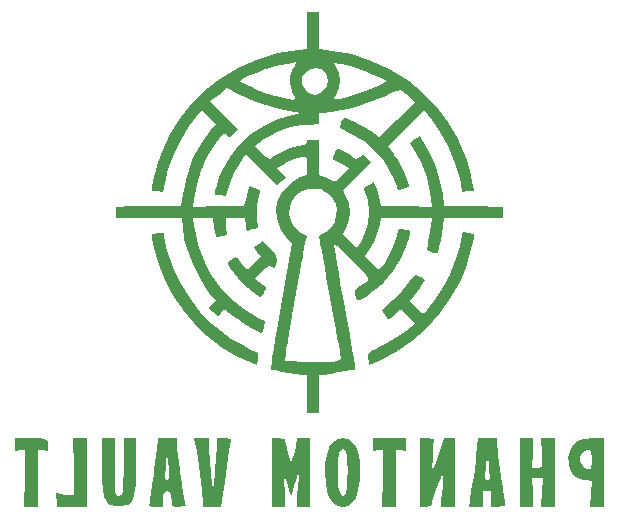
<source format=gbr>
%TF.GenerationSoftware,KiCad,Pcbnew,8.0.6*%
%TF.CreationDate,2024-12-01T20:32:08+01:00*%
%TF.ProjectId,puzzle1,70757a7a-6c65-4312-9e6b-696361645f70,rev?*%
%TF.SameCoordinates,Original*%
%TF.FileFunction,Legend,Bot*%
%TF.FilePolarity,Positive*%
%FSLAX46Y46*%
G04 Gerber Fmt 4.6, Leading zero omitted, Abs format (unit mm)*
G04 Created by KiCad (PCBNEW 8.0.6) date 2024-12-01 20:32:08*
%MOMM*%
%LPD*%
G01*
G04 APERTURE LIST*
%ADD10C,0.000000*%
G04 APERTURE END LIST*
D10*
%TO.C,G\u002A\u002A\u002A*%
G36*
X106925966Y-95437481D02*
G01*
X106925966Y-95972172D01*
X106483896Y-95912878D01*
X106041827Y-95853584D01*
X106075098Y-98267141D01*
X106108369Y-100680698D01*
X105508798Y-100680698D01*
X104909228Y-100680698D01*
X104942499Y-98267141D01*
X104975770Y-95853584D01*
X104533700Y-95912878D01*
X104091631Y-95972172D01*
X104091631Y-95437481D01*
X104091631Y-94902790D01*
X105508798Y-94902790D01*
X106925966Y-94902790D01*
X106925966Y-95437481D01*
G37*
G36*
X79318455Y-94902707D02*
G01*
X79890773Y-94902790D01*
X79890773Y-97791631D01*
X79890773Y-100680473D01*
X78647354Y-100680473D01*
X77403936Y-100680473D01*
X77328010Y-100128429D01*
X77303949Y-99924885D01*
X77287465Y-99653535D01*
X77302662Y-99525808D01*
X77420832Y-99522283D01*
X77647987Y-99587294D01*
X77684439Y-99600069D01*
X78012918Y-99670592D01*
X78380904Y-99699357D01*
X78819074Y-99699357D01*
X78782606Y-97300990D01*
X78746137Y-94902624D01*
X79318455Y-94902707D01*
G37*
G36*
X75406922Y-94902951D02*
G01*
X75919885Y-94910173D01*
X76263062Y-94940368D01*
X76470577Y-95010070D01*
X76576553Y-95135815D01*
X76615115Y-95334140D01*
X76620386Y-95621578D01*
X76620386Y-95995495D01*
X76184335Y-95925768D01*
X75748283Y-95856041D01*
X75748283Y-98268257D01*
X75748283Y-100680473D01*
X75175966Y-100680580D01*
X74603648Y-100680687D01*
X74638679Y-98266900D01*
X74673711Y-95853112D01*
X74229881Y-95912642D01*
X73786052Y-95972172D01*
X73786052Y-95437481D01*
X73786052Y-94902790D01*
X75137049Y-94902790D01*
X75406922Y-94902951D01*
G37*
G36*
X118943415Y-94902819D02*
G01*
X119516953Y-94902848D01*
X119516953Y-97791682D01*
X119516953Y-100680517D01*
X118935447Y-100680495D01*
X118353941Y-100680473D01*
X118431661Y-99481331D01*
X118509380Y-98282189D01*
X118042973Y-98282189D01*
X117576565Y-98282189D01*
X117639825Y-99481331D01*
X117703085Y-100680473D01*
X117138345Y-100680488D01*
X116573605Y-100680503D01*
X116573605Y-97791667D01*
X116573605Y-94902832D01*
X117136959Y-94902811D01*
X117700312Y-94902790D01*
X117638197Y-96164007D01*
X117576082Y-97425223D01*
X118001453Y-97390402D01*
X118426824Y-97355580D01*
X118398351Y-96129185D01*
X118369878Y-94902790D01*
X118943415Y-94902819D01*
G37*
G36*
X123659442Y-97791631D02*
G01*
X123659442Y-100680473D01*
X123091685Y-100680473D01*
X122523928Y-100680473D01*
X122589445Y-99605057D01*
X122654962Y-98529641D01*
X122172535Y-98457296D01*
X121888035Y-98400353D01*
X121342322Y-98171230D01*
X120960073Y-97801779D01*
X120735193Y-97284554D01*
X120688979Y-96862353D01*
X121671148Y-96862353D01*
X121868642Y-97231866D01*
X122086498Y-97427582D01*
X122359200Y-97519099D01*
X122447250Y-97516210D01*
X122546779Y-97478938D01*
X122599481Y-97361323D01*
X122620211Y-97117474D01*
X122623820Y-96701503D01*
X122623087Y-96471254D01*
X122612021Y-96145773D01*
X122576720Y-95970090D01*
X122503466Y-95898570D01*
X122378541Y-95885575D01*
X122238188Y-95894840D01*
X121972537Y-96006679D01*
X121768037Y-96285538D01*
X121681580Y-96493484D01*
X121671148Y-96862353D01*
X120688979Y-96862353D01*
X120661588Y-96612112D01*
X120662435Y-96541386D01*
X120757378Y-95941900D01*
X121012777Y-95481984D01*
X121433194Y-95157968D01*
X122023194Y-94966183D01*
X122787339Y-94902960D01*
X123659442Y-94902790D01*
X123659442Y-96701503D01*
X123659442Y-97791631D01*
G37*
G36*
X108759298Y-94902920D02*
G01*
X109105036Y-94917847D01*
X109271267Y-94963473D01*
X109291766Y-95048227D01*
X109267853Y-95180469D01*
X109235536Y-95492603D01*
X109202013Y-95928533D01*
X109171618Y-96438141D01*
X109107279Y-97682619D01*
X109369282Y-97137554D01*
X109375600Y-97124317D01*
X109540550Y-96733767D01*
X109721229Y-96240384D01*
X109879644Y-95747640D01*
X110128003Y-94902790D01*
X110598229Y-94902790D01*
X111068455Y-94902790D01*
X111068455Y-97791631D01*
X111068455Y-100680473D01*
X110465130Y-100680473D01*
X109861804Y-100680473D01*
X109916987Y-100162661D01*
X109967472Y-99652415D01*
X110015962Y-99044199D01*
X110041911Y-98546136D01*
X110044584Y-98184821D01*
X110023249Y-97986849D01*
X109977174Y-97978814D01*
X109965455Y-97998914D01*
X109854019Y-98238107D01*
X109706445Y-98607639D01*
X109542153Y-99052009D01*
X109380565Y-99515716D01*
X109241100Y-99943260D01*
X109143179Y-100279140D01*
X109106223Y-100467855D01*
X109105518Y-100495637D01*
X109060343Y-100613107D01*
X108905977Y-100667327D01*
X108588412Y-100680473D01*
X108070601Y-100680473D01*
X108070601Y-97791631D01*
X108070601Y-94902790D01*
X108709088Y-94902790D01*
X108759298Y-94902920D01*
G37*
G36*
X81690357Y-94902711D02*
G01*
X82236293Y-94902790D01*
X82235421Y-97187657D01*
X82236659Y-97927915D01*
X82242745Y-98520036D01*
X82255959Y-98951721D01*
X82278563Y-99252455D01*
X82312817Y-99451724D01*
X82360983Y-99579013D01*
X82425322Y-99663807D01*
X82528851Y-99760760D01*
X82651073Y-99793333D01*
X82806867Y-99663840D01*
X82868392Y-99584024D01*
X82917348Y-99459415D01*
X82952310Y-99264199D01*
X82975548Y-98968894D01*
X82989335Y-98544021D01*
X82995942Y-97960100D01*
X82997640Y-97187649D01*
X82997640Y-94902707D01*
X83543933Y-94902749D01*
X84090226Y-94902790D01*
X84051267Y-97273820D01*
X84036571Y-98007088D01*
X84011216Y-98737930D01*
X83972776Y-99299634D01*
X83915760Y-99719215D01*
X83834676Y-100023687D01*
X83724034Y-100240068D01*
X83578340Y-100395373D01*
X83392105Y-100516617D01*
X83225815Y-100585513D01*
X82786743Y-100664450D01*
X82312286Y-100655137D01*
X81914249Y-100554694D01*
X81842860Y-100512209D01*
X81617831Y-100287230D01*
X81425579Y-99982377D01*
X81365970Y-99843165D01*
X81307513Y-99649205D01*
X81263875Y-99401784D01*
X81232114Y-99067990D01*
X81209291Y-98614909D01*
X81192464Y-98009628D01*
X81178692Y-97219234D01*
X81144421Y-94902631D01*
X81690357Y-94902711D01*
G37*
G36*
X90255134Y-95693134D02*
G01*
X90263360Y-96027629D01*
X90288296Y-96535361D01*
X90325736Y-97077920D01*
X90371935Y-97619247D01*
X90423147Y-98123280D01*
X90475630Y-98553961D01*
X90525637Y-98875228D01*
X90569423Y-99051021D01*
X90603245Y-99045279D01*
X90632627Y-98882076D01*
X90678384Y-98515628D01*
X90728745Y-98022211D01*
X90779466Y-97453118D01*
X90826303Y-96859638D01*
X90865013Y-96293064D01*
X90891351Y-95804686D01*
X90901073Y-95445795D01*
X90901073Y-94902790D01*
X91513358Y-94902790D01*
X91722790Y-94904941D01*
X91973651Y-94926642D01*
X92076466Y-94984386D01*
X92076680Y-95093563D01*
X92057830Y-95195361D01*
X92010579Y-95495863D01*
X91942057Y-95956527D01*
X91856895Y-96545625D01*
X91759722Y-97231430D01*
X91655168Y-97982216D01*
X91282618Y-100680097D01*
X90492275Y-100680285D01*
X89701931Y-100680473D01*
X89701931Y-100167655D01*
X89698420Y-100061687D01*
X89669103Y-99696945D01*
X89615038Y-99183526D01*
X89542266Y-98567031D01*
X89456830Y-97893060D01*
X89364774Y-97207214D01*
X89272140Y-96555093D01*
X89184971Y-95982296D01*
X89109310Y-95534426D01*
X89051200Y-95257082D01*
X88956416Y-94902790D01*
X89601706Y-94902790D01*
X90246996Y-94902790D01*
X90255134Y-95693134D01*
G37*
G36*
X86418053Y-77546285D02*
G01*
X86431545Y-77706906D01*
X86433470Y-77768163D01*
X86488822Y-78158778D01*
X86608530Y-78683292D01*
X86776306Y-79286388D01*
X86975866Y-79912747D01*
X87190921Y-80507050D01*
X87405187Y-81013979D01*
X87822594Y-81824726D01*
X88606382Y-83062864D01*
X89514078Y-84217143D01*
X90509294Y-85243008D01*
X91555638Y-86095903D01*
X91701589Y-86195885D01*
X92113022Y-86457129D01*
X92600400Y-86747265D01*
X93111701Y-87037176D01*
X93594900Y-87297749D01*
X93997974Y-87499866D01*
X94268900Y-87614412D01*
X94340981Y-87667202D01*
X94376957Y-87839827D01*
X94344578Y-88172484D01*
X94268309Y-88681081D01*
X93702073Y-88459854D01*
X92511232Y-87903817D01*
X91267126Y-87134654D01*
X90074245Y-86208108D01*
X88971535Y-85154600D01*
X87997945Y-84004551D01*
X87911771Y-83887933D01*
X87437813Y-83173092D01*
X86963618Y-82349510D01*
X86524542Y-81485908D01*
X86155941Y-80651004D01*
X85893169Y-79913520D01*
X85843485Y-79741055D01*
X85729365Y-79313035D01*
X85614644Y-78848199D01*
X85510505Y-78396086D01*
X85428135Y-78006239D01*
X85378719Y-77728199D01*
X85373441Y-77611507D01*
X85410090Y-77600096D01*
X85607495Y-77562048D01*
X85913734Y-77513056D01*
X86140819Y-77481643D01*
X86339956Y-77478239D01*
X86418053Y-77546285D01*
G37*
G36*
X98804507Y-97791631D02*
G01*
X98804507Y-100680473D01*
X98223512Y-100680473D01*
X97642518Y-100680473D01*
X97702894Y-99999142D01*
X97722984Y-99770932D01*
X97790910Y-98965737D01*
X97836115Y-98361525D01*
X97859345Y-97945628D01*
X97861349Y-97705380D01*
X97842874Y-97628112D01*
X97818514Y-97668070D01*
X97748157Y-97876799D01*
X97650733Y-98223875D01*
X97539584Y-98663734D01*
X97468039Y-98947254D01*
X97357857Y-99334651D01*
X97265805Y-99600571D01*
X97206565Y-99699357D01*
X97178749Y-99681132D01*
X97093071Y-99516442D01*
X97003528Y-99236052D01*
X96904858Y-98858209D01*
X96775093Y-98390575D01*
X96686351Y-98135184D01*
X96633073Y-98092036D01*
X96609698Y-98261132D01*
X96610668Y-98642470D01*
X96630423Y-99236052D01*
X96686768Y-100680473D01*
X96110444Y-100680495D01*
X95534120Y-100680517D01*
X95534120Y-97791682D01*
X95534120Y-94902848D01*
X96106438Y-94902819D01*
X96163326Y-94903009D01*
X96481703Y-94920183D01*
X96637499Y-94976097D01*
X96678755Y-95086139D01*
X96681120Y-95120734D01*
X96722825Y-95355567D01*
X96805824Y-95719290D01*
X96916065Y-96148970D01*
X97153375Y-97028452D01*
X97296323Y-96678126D01*
X97374456Y-96446278D01*
X97480591Y-96047900D01*
X97574432Y-95615295D01*
X97709593Y-94902790D01*
X98257050Y-94902790D01*
X98804507Y-94902790D01*
X98804507Y-97791631D01*
G37*
G36*
X103001502Y-97831718D02*
G01*
X102981762Y-98454648D01*
X102869952Y-99280275D01*
X102658471Y-99917815D01*
X102346261Y-100371369D01*
X102006505Y-100599176D01*
X101571207Y-100685487D01*
X101130542Y-100605573D01*
X100740361Y-100370650D01*
X100456518Y-99991932D01*
X100429062Y-99931652D01*
X100237207Y-99328866D01*
X100115701Y-98600327D01*
X100066005Y-97811929D01*
X100066572Y-97793109D01*
X101150301Y-97793109D01*
X101160015Y-98350436D01*
X101186090Y-98852107D01*
X101228235Y-99244182D01*
X101286157Y-99472722D01*
X101375680Y-99626788D01*
X101543054Y-99783894D01*
X101686961Y-99736841D01*
X101804088Y-99494409D01*
X101891122Y-99065375D01*
X101944750Y-98458518D01*
X101961660Y-97682619D01*
X101961081Y-97567578D01*
X101942618Y-96865878D01*
X101895651Y-96356885D01*
X101815472Y-96019473D01*
X101697376Y-95832517D01*
X101536657Y-95774893D01*
X101525402Y-95775815D01*
X101389717Y-95884254D01*
X101267960Y-96118199D01*
X101222257Y-96326590D01*
X101181130Y-96727246D01*
X101157242Y-97234066D01*
X101150301Y-97793109D01*
X100066572Y-97793109D01*
X100089580Y-97029570D01*
X100187887Y-96319147D01*
X100362387Y-95746555D01*
X100422459Y-95622185D01*
X100743676Y-95188200D01*
X101139297Y-94925917D01*
X101573139Y-94844005D01*
X102009015Y-94951129D01*
X102410742Y-95255955D01*
X102562672Y-95446906D01*
X102766347Y-95841835D01*
X102902183Y-96348301D01*
X102977971Y-97000272D01*
X102997282Y-97682619D01*
X103001502Y-97831718D01*
G37*
G36*
X95428383Y-78838604D02*
G01*
X95615883Y-79042894D01*
X95836289Y-79305499D01*
X95948016Y-79500657D01*
X95978651Y-79684590D01*
X95955776Y-79913520D01*
X95899142Y-80236274D01*
X95826719Y-80424608D01*
X95716850Y-80456249D01*
X95539818Y-80363329D01*
X95470893Y-80320692D01*
X95346441Y-80280640D01*
X95211669Y-80327614D01*
X95019959Y-80485291D01*
X94724692Y-80777352D01*
X94156212Y-81352982D01*
X94496626Y-81639422D01*
X94557005Y-81689548D01*
X94814130Y-81890137D01*
X95002210Y-82018296D01*
X95012140Y-82023976D01*
X95094625Y-82109471D01*
X95070590Y-82251367D01*
X94931184Y-82511052D01*
X94869143Y-82610525D01*
X94704748Y-82825625D01*
X94588463Y-82911374D01*
X94525753Y-82900050D01*
X94275195Y-82767247D01*
X93932187Y-82510587D01*
X93530763Y-82162148D01*
X93104956Y-81754006D01*
X92688802Y-81318237D01*
X92316334Y-80886919D01*
X92021587Y-80492130D01*
X91892063Y-80280130D01*
X91826847Y-80045355D01*
X91936964Y-79865613D01*
X92238616Y-79680296D01*
X92283650Y-79657114D01*
X92498182Y-79565449D01*
X92623863Y-79594664D01*
X92749515Y-79758327D01*
X92756551Y-79768927D01*
X92950934Y-80037802D01*
X93179196Y-80325437D01*
X93440580Y-80637351D01*
X94021189Y-80063955D01*
X94601798Y-79490558D01*
X94332122Y-79136995D01*
X94272223Y-79057139D01*
X94122430Y-78842346D01*
X94062446Y-78730543D01*
X94073930Y-78710667D01*
X94209604Y-78598148D01*
X94449088Y-78438696D01*
X94835729Y-78199739D01*
X95428383Y-78838604D01*
G37*
G36*
X114989770Y-98322369D02*
G01*
X115022617Y-98548882D01*
X115117413Y-99205059D01*
X115199137Y-99774368D01*
X115263198Y-100224590D01*
X115305002Y-100523505D01*
X115319957Y-100638893D01*
X115266609Y-100655989D01*
X115048831Y-100673633D01*
X114720386Y-100680473D01*
X114120816Y-100680473D01*
X114120816Y-100026395D01*
X114120816Y-99372318D01*
X113793777Y-99372318D01*
X113466738Y-99372318D01*
X113466738Y-100026395D01*
X113466738Y-100680473D01*
X112853541Y-100680473D01*
X112240343Y-100680473D01*
X112311446Y-100326181D01*
X112372720Y-99980975D01*
X112451350Y-99477616D01*
X112540488Y-98865851D01*
X112633983Y-98191964D01*
X112639100Y-98153475D01*
X113614628Y-98153475D01*
X113637499Y-98314524D01*
X113700904Y-98379277D01*
X113812719Y-98391202D01*
X113821285Y-98391180D01*
X113942073Y-98373602D01*
X113999650Y-98289306D01*
X114005930Y-98088435D01*
X113972826Y-97721134D01*
X113945050Y-97425230D01*
X113911727Y-96968039D01*
X113895880Y-96603752D01*
X113879849Y-96351980D01*
X113845204Y-96283515D01*
X113798487Y-96386303D01*
X113746081Y-96637311D01*
X113694370Y-97013503D01*
X113649739Y-97491846D01*
X113624414Y-97852664D01*
X113614628Y-98153475D01*
X112639100Y-98153475D01*
X112725682Y-97502238D01*
X112809434Y-96842957D01*
X112879086Y-96260406D01*
X112928489Y-95800869D01*
X112951489Y-95510629D01*
X112976180Y-94904634D01*
X113801770Y-94903712D01*
X114627360Y-94902790D01*
X114643472Y-95475108D01*
X114644996Y-95512841D01*
X114671188Y-95831057D01*
X114723973Y-96313967D01*
X114798140Y-96918722D01*
X114888476Y-97602472D01*
X114956854Y-98088435D01*
X114989770Y-98322369D01*
G37*
G36*
X87860674Y-98195572D02*
G01*
X87954963Y-98848320D01*
X88045317Y-99444613D01*
X88126145Y-99944457D01*
X88191853Y-100307858D01*
X88236849Y-100494820D01*
X88254920Y-100561225D01*
X88214132Y-100637442D01*
X88042608Y-100672207D01*
X87696856Y-100680473D01*
X87683883Y-100680472D01*
X87342448Y-100674452D01*
X87164347Y-100638372D01*
X87096449Y-100544989D01*
X87085622Y-100367061D01*
X87083952Y-100235994D01*
X87032008Y-99751955D01*
X86905541Y-99466173D01*
X86702114Y-99372318D01*
X86573418Y-99388275D01*
X86423024Y-99503942D01*
X86344902Y-99762138D01*
X86322532Y-100198831D01*
X86322532Y-100680473D01*
X85715615Y-100680473D01*
X85501568Y-100678254D01*
X85257376Y-100656615D01*
X85161430Y-100598974D01*
X85168937Y-100489700D01*
X85199967Y-100347346D01*
X85257211Y-100011312D01*
X85331412Y-99531566D01*
X85417159Y-98947586D01*
X85509041Y-98298845D01*
X85538957Y-98081110D01*
X86518004Y-98081110D01*
X86528177Y-98282664D01*
X86578124Y-98371388D01*
X86673916Y-98391202D01*
X86711178Y-98389166D01*
X86808476Y-98332058D01*
X86852027Y-98158764D01*
X86858047Y-97818885D01*
X86854329Y-97688193D01*
X86832450Y-97332361D01*
X86797745Y-96977151D01*
X86756500Y-96665886D01*
X86715000Y-96441886D01*
X86679532Y-96348474D01*
X86656380Y-96428970D01*
X86654781Y-96448304D01*
X86632191Y-96709398D01*
X86597366Y-97101093D01*
X86557147Y-97546352D01*
X86541536Y-97722805D01*
X86518004Y-98081110D01*
X85538957Y-98081110D01*
X85601648Y-97624821D01*
X85689568Y-96964988D01*
X85767391Y-96358822D01*
X85829706Y-95845798D01*
X85871101Y-95465393D01*
X85886167Y-95257082D01*
X85886481Y-94902790D01*
X86704077Y-94902790D01*
X87521674Y-94902790D01*
X87521674Y-95380422D01*
X87525958Y-95484826D01*
X87556028Y-95819927D01*
X87610128Y-96298547D01*
X87682663Y-96880691D01*
X87768043Y-97526364D01*
X87808533Y-97818885D01*
X87860674Y-98195572D01*
G37*
G36*
X112131331Y-77513056D02*
G01*
X112303737Y-77539715D01*
X112560497Y-77584284D01*
X112671142Y-77611025D01*
X112673012Y-77708358D01*
X112628440Y-77975968D01*
X112544811Y-78365601D01*
X112433379Y-78830554D01*
X112305398Y-79324125D01*
X112172121Y-79799611D01*
X112044802Y-80210308D01*
X111538260Y-81495205D01*
X110759228Y-82951678D01*
X109806933Y-84308600D01*
X108700314Y-85545207D01*
X107458306Y-86640733D01*
X106099847Y-87574415D01*
X104643874Y-88325488D01*
X103819099Y-88684835D01*
X103750237Y-88387160D01*
X103699086Y-88150911D01*
X103674983Y-87869780D01*
X103755341Y-87678524D01*
X103973045Y-87520768D01*
X104360979Y-87340138D01*
X104633472Y-87209699D01*
X105167696Y-86915374D01*
X105768370Y-86550717D01*
X106371830Y-86156404D01*
X106914411Y-85773114D01*
X107332451Y-85441525D01*
X107684430Y-85134122D01*
X107088783Y-84545874D01*
X106493136Y-83957625D01*
X106191740Y-84227985D01*
X105955113Y-84440747D01*
X105681335Y-84677179D01*
X105505442Y-84789301D01*
X105385106Y-84787368D01*
X105277996Y-84681634D01*
X105141783Y-84482354D01*
X104864696Y-84074583D01*
X105823135Y-83172348D01*
X106158764Y-82844688D01*
X106579834Y-82403858D01*
X106944313Y-81990873D01*
X107198929Y-81664134D01*
X107422410Y-81360379D01*
X107610912Y-81141631D01*
X107721562Y-81058155D01*
X107747055Y-81061991D01*
X107933420Y-81139293D01*
X108193382Y-81284690D01*
X108559924Y-81511225D01*
X108221362Y-82003309D01*
X108107522Y-82164169D01*
X107817524Y-82548397D01*
X107551018Y-82873270D01*
X107219237Y-83251147D01*
X107749834Y-83789844D01*
X107758908Y-83799044D01*
X108034952Y-84066137D01*
X108254776Y-84256172D01*
X108371517Y-84328541D01*
X108475576Y-84281256D01*
X108694223Y-84073692D01*
X108978054Y-83730848D01*
X109304398Y-83285493D01*
X109650585Y-82770393D01*
X109993944Y-82218316D01*
X110311804Y-81662031D01*
X110581494Y-81134305D01*
X110597804Y-81099635D01*
X110840062Y-80532935D01*
X111074811Y-79898268D01*
X111285778Y-79249043D01*
X111456689Y-78638672D01*
X111571269Y-78120567D01*
X111613244Y-77748138D01*
X111618157Y-77593804D01*
X111668338Y-77491154D01*
X111820462Y-77472830D01*
X112131331Y-77513056D01*
G37*
G36*
X108239473Y-65548428D02*
G01*
X109412219Y-66742161D01*
X110437386Y-68078474D01*
X111301802Y-69547152D01*
X111992293Y-71137983D01*
X112045855Y-71293810D01*
X112167219Y-71690434D01*
X112296980Y-72158356D01*
X112423728Y-72650760D01*
X112536055Y-73120831D01*
X112622552Y-73521756D01*
X112671811Y-73806718D01*
X112672423Y-73928904D01*
X112645850Y-73936538D01*
X112461739Y-73961114D01*
X112165802Y-73988523D01*
X111682463Y-74026825D01*
X111543348Y-73277412D01*
X111389041Y-72596389D01*
X110994002Y-71380760D01*
X110458734Y-70155175D01*
X109812807Y-68983962D01*
X109085792Y-67931447D01*
X108422414Y-67080689D01*
X106896736Y-68606367D01*
X105371057Y-70132046D01*
X105890134Y-70859466D01*
X105928001Y-70913377D01*
X106196544Y-71335767D01*
X106471151Y-71825358D01*
X106727445Y-72331767D01*
X106941047Y-72804611D01*
X107087578Y-73193508D01*
X107142661Y-73448073D01*
X107137713Y-73539586D01*
X107077352Y-73658319D01*
X106905936Y-73737669D01*
X106570844Y-73811034D01*
X106349857Y-73843657D01*
X106200454Y-73820564D01*
X106162876Y-73709524D01*
X106139965Y-73570007D01*
X106021757Y-73232476D01*
X105825438Y-72796466D01*
X105576453Y-72313269D01*
X105300251Y-71834177D01*
X105022278Y-71410482D01*
X104303576Y-70552082D01*
X103372403Y-69756198D01*
X102279529Y-69102130D01*
X101285023Y-68606837D01*
X101402095Y-68225383D01*
X101418198Y-68175979D01*
X101533249Y-67923351D01*
X101648128Y-67794442D01*
X101652979Y-67792781D01*
X101845284Y-67814480D01*
X102173764Y-67931494D01*
X102593472Y-68121942D01*
X103059458Y-68363947D01*
X103526771Y-68635629D01*
X103950464Y-68915109D01*
X104660397Y-69421706D01*
X106178127Y-67908815D01*
X107695857Y-66395923D01*
X107229152Y-65993110D01*
X106921332Y-65730863D01*
X106640504Y-65527377D01*
X106400597Y-65440512D01*
X106142444Y-65465115D01*
X105806876Y-65596034D01*
X105334728Y-65828116D01*
X105186493Y-65900854D01*
X104328060Y-66272253D01*
X103385550Y-66609746D01*
X102413595Y-66898405D01*
X101466827Y-67123302D01*
X100599879Y-67269508D01*
X99867382Y-67322094D01*
X99735040Y-67324467D01*
X99581731Y-67364504D01*
X99522749Y-67501886D01*
X99513090Y-67796933D01*
X99513090Y-68271333D01*
X98643337Y-68338404D01*
X98118128Y-68395496D01*
X97556557Y-68483334D01*
X97089904Y-68582001D01*
X96613945Y-68737191D01*
X96018547Y-68986598D01*
X95408662Y-69285789D01*
X94858930Y-69597968D01*
X94443992Y-69886341D01*
X94116953Y-70154129D01*
X94689435Y-70726683D01*
X94835420Y-70871709D01*
X95081979Y-71100814D01*
X95244970Y-71206465D01*
X95371089Y-71212406D01*
X95507032Y-71142377D01*
X95720893Y-71009400D01*
X96433962Y-70618105D01*
X97120796Y-70315338D01*
X97735503Y-70119510D01*
X98232189Y-70049035D01*
X98267519Y-70048423D01*
X98474391Y-69995239D01*
X98531974Y-69829829D01*
X98532162Y-69814166D01*
X98571009Y-69685303D01*
X98715973Y-69626068D01*
X99022532Y-69611803D01*
X99513090Y-69611803D01*
X99513090Y-71120728D01*
X99513090Y-72629653D01*
X99968514Y-72766101D01*
X100060617Y-72795240D01*
X100402128Y-72925778D01*
X100655295Y-73054140D01*
X100711110Y-73088356D01*
X100833764Y-73125174D01*
X100970934Y-73074960D01*
X101167407Y-72913632D01*
X101467969Y-72617103D01*
X102049286Y-72028474D01*
X101517025Y-71694313D01*
X101284473Y-71556213D01*
X101007034Y-71414029D01*
X100841152Y-71358080D01*
X100755347Y-71310136D01*
X100773949Y-71110730D01*
X100911264Y-70704293D01*
X101026624Y-70454210D01*
X101118332Y-70376868D01*
X101121894Y-70377163D01*
X101266496Y-70434857D01*
X101537435Y-70570980D01*
X101877241Y-70754543D01*
X102228446Y-70954555D01*
X102533581Y-71140027D01*
X102679728Y-71218583D01*
X102833781Y-71209480D01*
X103030559Y-71052879D01*
X103286875Y-70812083D01*
X103633105Y-71169302D01*
X103979334Y-71526520D01*
X102793313Y-72708864D01*
X101607292Y-73891207D01*
X101867281Y-74449574D01*
X102048284Y-74974133D01*
X102141220Y-75706502D01*
X102077687Y-76435993D01*
X101857949Y-77087860D01*
X101586498Y-77624043D01*
X102172458Y-78210003D01*
X102758417Y-78795962D01*
X103068975Y-78266036D01*
X103457458Y-77481500D01*
X103686842Y-76680495D01*
X103761034Y-75815609D01*
X103760822Y-75728804D01*
X103664561Y-74750314D01*
X103387108Y-73842881D01*
X103372311Y-73742957D01*
X103473793Y-73601173D01*
X103751605Y-73433879D01*
X104192755Y-73208821D01*
X104311619Y-73430920D01*
X104315698Y-73438772D01*
X104403136Y-73663038D01*
X104515712Y-74021198D01*
X104630130Y-74439493D01*
X104829778Y-75225966D01*
X106982348Y-75255572D01*
X109134917Y-75285177D01*
X109059894Y-74622063D01*
X108975467Y-74048824D01*
X108653774Y-72757663D01*
X108165880Y-71486830D01*
X107536540Y-70306453D01*
X107256532Y-69856467D01*
X107672334Y-69581302D01*
X108088137Y-69306137D01*
X108532483Y-70031288D01*
X108814028Y-70516465D01*
X109355159Y-71669380D01*
X109747814Y-72894167D01*
X110012704Y-74249856D01*
X110153558Y-75225966D01*
X112627745Y-75255266D01*
X115101931Y-75284566D01*
X115101931Y-75773077D01*
X115101931Y-76261588D01*
X112610290Y-76261588D01*
X110118648Y-76261588D01*
X110049948Y-76997425D01*
X110046399Y-77033994D01*
X109973178Y-77568375D01*
X109861392Y-78165278D01*
X109730345Y-78731474D01*
X109599340Y-79173733D01*
X109579101Y-79211907D01*
X109455382Y-79251207D01*
X109192920Y-79186108D01*
X109166912Y-79177289D01*
X108901094Y-79071885D01*
X108740286Y-78982189D01*
X108716277Y-78853601D01*
X108742349Y-78573005D01*
X108815439Y-78206724D01*
X108886430Y-77890069D01*
X108987552Y-77357419D01*
X109057672Y-76888412D01*
X109131345Y-76261588D01*
X106953344Y-76261588D01*
X104775343Y-76261588D01*
X104710195Y-76736897D01*
X104686848Y-76881949D01*
X104495621Y-77591426D01*
X104193184Y-78321727D01*
X103820522Y-78969981D01*
X103454677Y-79501826D01*
X104030620Y-80070615D01*
X104606562Y-80639403D01*
X104953831Y-80221955D01*
X105094185Y-80038436D01*
X105426574Y-79508609D01*
X105747411Y-78886324D01*
X106015824Y-78254972D01*
X106190940Y-77697941D01*
X106268089Y-77390912D01*
X106346671Y-77211744D01*
X106457082Y-77157051D01*
X106639807Y-77180130D01*
X106889734Y-77222205D01*
X107103112Y-77242704D01*
X107224624Y-77328958D01*
X107237234Y-77590846D01*
X107140243Y-78032457D01*
X106933162Y-78657879D01*
X106905012Y-78734113D01*
X106421200Y-79811270D01*
X105807988Y-80767088D01*
X105021406Y-81670867D01*
X104777379Y-81908552D01*
X104342622Y-82293062D01*
X103904744Y-82639972D01*
X103496261Y-82927065D01*
X103149693Y-83132128D01*
X102897559Y-83232944D01*
X102772375Y-83207300D01*
X102764231Y-83190290D01*
X102696864Y-82977482D01*
X102631236Y-82678036D01*
X102604936Y-82504623D01*
X102623394Y-82324001D01*
X102749828Y-82182184D01*
X103026189Y-82008003D01*
X103132672Y-81945891D01*
X103423885Y-81771571D01*
X103619797Y-81622441D01*
X103712374Y-81472510D01*
X103693582Y-81295786D01*
X103555386Y-81066277D01*
X103289753Y-80757992D01*
X102888648Y-80344939D01*
X102344038Y-79801126D01*
X101875661Y-79339055D01*
X101408434Y-78895443D01*
X101079587Y-78608183D01*
X100885173Y-78473872D01*
X100821245Y-78489112D01*
X100839801Y-78639795D01*
X100893007Y-78979987D01*
X100976532Y-79484009D01*
X101086044Y-80126449D01*
X101217209Y-80881893D01*
X101365697Y-81724928D01*
X101527175Y-82630141D01*
X101663553Y-83390210D01*
X101833885Y-84340108D01*
X101996463Y-85247390D01*
X102145128Y-86077659D01*
X102273724Y-86796522D01*
X102376091Y-87369583D01*
X102446072Y-87762447D01*
X102490747Y-88034979D01*
X102515518Y-88186092D01*
X102570988Y-88607391D01*
X102594652Y-88908024D01*
X102581565Y-89041324D01*
X102481479Y-89079560D01*
X102191981Y-89146427D01*
X101750733Y-89230401D01*
X101192826Y-89325259D01*
X100553346Y-89424778D01*
X99867382Y-89522734D01*
X99513090Y-89571039D01*
X99513090Y-91146786D01*
X99513090Y-92722533D01*
X99022532Y-92722533D01*
X98531974Y-92722533D01*
X98531974Y-91146786D01*
X98531974Y-89571039D01*
X98177683Y-89522734D01*
X97606596Y-89441821D01*
X96953706Y-89341652D01*
X96379620Y-89245404D01*
X95918681Y-89159190D01*
X95605230Y-89089126D01*
X95473609Y-89041324D01*
X95472044Y-89036768D01*
X95482734Y-88887606D01*
X95528609Y-88547825D01*
X95585852Y-88172183D01*
X96689385Y-88172183D01*
X96693006Y-88301228D01*
X96771849Y-88327149D01*
X97039572Y-88359418D01*
X97453957Y-88386878D01*
X97973616Y-88408767D01*
X98557164Y-88424320D01*
X99163217Y-88432776D01*
X99750389Y-88433371D01*
X100277294Y-88425342D01*
X100702548Y-88407926D01*
X100984764Y-88380360D01*
X101009703Y-88376146D01*
X101275530Y-88312566D01*
X101382602Y-88214621D01*
X101385890Y-88034979D01*
X101360785Y-87880609D01*
X101301359Y-87537170D01*
X101212535Y-87032288D01*
X101099127Y-86392720D01*
X100965945Y-85645221D01*
X100817803Y-84816547D01*
X100659512Y-83933451D01*
X100495885Y-83022691D01*
X100331734Y-82111020D01*
X100171871Y-81225195D01*
X100021109Y-80391970D01*
X99884259Y-79638101D01*
X99766133Y-78990343D01*
X99671545Y-78475451D01*
X99605306Y-78120181D01*
X99572229Y-77951288D01*
X99566436Y-77847430D01*
X99665360Y-77701768D01*
X99937017Y-77558010D01*
X100119514Y-77468100D01*
X100575820Y-77089937D01*
X100880501Y-76567764D01*
X101018953Y-75923639D01*
X101030110Y-75592375D01*
X100961124Y-75081646D01*
X100751853Y-74657283D01*
X100375204Y-74248794D01*
X100085464Y-74013074D01*
X99736721Y-73831655D01*
X99336957Y-73760801D01*
X98807335Y-73776781D01*
X98707830Y-73787614D01*
X98122006Y-73965787D01*
X97635985Y-74305169D01*
X97272903Y-74767538D01*
X97055896Y-75314675D01*
X97008100Y-75908359D01*
X97152649Y-76510369D01*
X97160814Y-76529086D01*
X97334812Y-76806225D01*
X97597658Y-77111039D01*
X97895467Y-77392252D01*
X98174354Y-77598583D01*
X98380432Y-77678756D01*
X98463850Y-77698802D01*
X98503666Y-77815022D01*
X98499534Y-77827694D01*
X98456384Y-78014474D01*
X98386326Y-78363413D01*
X98298110Y-78829683D01*
X98200484Y-79368455D01*
X98161164Y-79589154D01*
X98061207Y-80146576D01*
X97932821Y-80859317D01*
X97782979Y-81688808D01*
X97618651Y-82596475D01*
X97446808Y-83543750D01*
X97274424Y-84492061D01*
X97158639Y-85137021D01*
X97011764Y-85984379D01*
X96887814Y-86735074D01*
X96790376Y-87365606D01*
X96723037Y-87852476D01*
X96689385Y-88172183D01*
X95585852Y-88172183D01*
X95606256Y-88038289D01*
X95712262Y-87379859D01*
X95843214Y-86593399D01*
X95995699Y-85699772D01*
X96166304Y-84719839D01*
X96351615Y-83674464D01*
X97296987Y-78387340D01*
X96941089Y-78085984D01*
X96742040Y-77874765D01*
X96480774Y-77513510D01*
X96250428Y-77114710D01*
X96219846Y-77052029D01*
X95963171Y-76279498D01*
X95922866Y-75489647D01*
X96098403Y-74673993D01*
X96136354Y-74573131D01*
X96443998Y-74036598D01*
X96892302Y-73524271D01*
X97420777Y-73096331D01*
X97968932Y-72812964D01*
X98531974Y-72612989D01*
X98531974Y-71820980D01*
X98530202Y-71611251D01*
X98510016Y-71263660D01*
X98461678Y-71081617D01*
X98378167Y-71028970D01*
X98109002Y-71071391D01*
X97707673Y-71188790D01*
X97253733Y-71354859D01*
X96819062Y-71543209D01*
X96475538Y-71727454D01*
X95999789Y-72028534D01*
X96362513Y-72402771D01*
X96725238Y-72777007D01*
X96374762Y-73127484D01*
X96024285Y-73477960D01*
X94714775Y-72171862D01*
X93405266Y-70865764D01*
X93134083Y-71192646D01*
X93015075Y-71352426D01*
X92754808Y-71773852D01*
X92473914Y-72297670D01*
X92205734Y-72856422D01*
X91983611Y-73382652D01*
X91840889Y-73808906D01*
X91699316Y-74353863D01*
X91232860Y-74331951D01*
X91112322Y-74325105D01*
X90850886Y-74300303D01*
X90729170Y-74272804D01*
X90725763Y-74153570D01*
X90783486Y-73878044D01*
X90888915Y-73500076D01*
X91026326Y-73071673D01*
X91179996Y-72644843D01*
X91334202Y-72271593D01*
X91346739Y-72244078D01*
X91992710Y-71089172D01*
X92807707Y-70057137D01*
X93770474Y-69164894D01*
X94859755Y-68429365D01*
X96054293Y-67867473D01*
X97332833Y-67496139D01*
X98041416Y-67350255D01*
X97605365Y-67274046D01*
X97002015Y-67164345D01*
X95942901Y-66943056D01*
X95028146Y-66704499D01*
X94208798Y-66433415D01*
X93435910Y-66114546D01*
X92660532Y-65732635D01*
X91749175Y-65251613D01*
X91043649Y-65813017D01*
X90338123Y-66374422D01*
X91516977Y-67556942D01*
X92695830Y-68739462D01*
X92347853Y-69087440D01*
X92201689Y-69231010D01*
X92041159Y-69353971D01*
X91922658Y-69349139D01*
X91777513Y-69234183D01*
X91636006Y-69116877D01*
X91507077Y-69098712D01*
X91336311Y-69230994D01*
X91314601Y-69251437D01*
X91088621Y-69519070D01*
X90803377Y-69924905D01*
X90490641Y-70417084D01*
X90182186Y-70943751D01*
X89909784Y-71453050D01*
X89705209Y-71893125D01*
X89576993Y-72221889D01*
X89210225Y-73431811D01*
X88987100Y-74655996D01*
X88913133Y-75285167D01*
X91064210Y-75255567D01*
X93215287Y-75225966D01*
X93420426Y-74417869D01*
X93440715Y-74338524D01*
X93541511Y-73961523D01*
X93622205Y-73686547D01*
X93666879Y-73568458D01*
X93698961Y-73564380D01*
X93882685Y-73608565D01*
X94164026Y-73709531D01*
X94308787Y-73772185D01*
X94526299Y-73915342D01*
X94557213Y-74055167D01*
X94451036Y-74378588D01*
X94311967Y-75190548D01*
X94305960Y-76148866D01*
X94360884Y-77112158D01*
X94075399Y-77169797D01*
X93855914Y-77221703D01*
X93604187Y-77299304D01*
X93570017Y-77310651D01*
X93467478Y-77292624D01*
X93400056Y-77142074D01*
X93344864Y-76816380D01*
X93271268Y-76261588D01*
X92452661Y-76261588D01*
X91634055Y-76261588D01*
X91706057Y-76964374D01*
X91778060Y-77667159D01*
X91366820Y-77781362D01*
X91289422Y-77802545D01*
X91027815Y-77869064D01*
X90888776Y-77896174D01*
X90881347Y-77892056D01*
X90828950Y-77756606D01*
X90760944Y-77468170D01*
X90690081Y-77079185D01*
X90558188Y-76261588D01*
X89737811Y-76261588D01*
X88917434Y-76261588D01*
X88995334Y-76942919D01*
X89106331Y-77611962D01*
X89335140Y-78512661D01*
X89638796Y-79413473D01*
X89987925Y-80217483D01*
X90351256Y-80880729D01*
X91166088Y-82056002D01*
X92124550Y-83101891D01*
X93201243Y-83992414D01*
X94370772Y-84701586D01*
X94951631Y-84994947D01*
X94876130Y-85452087D01*
X94856216Y-85565256D01*
X94798220Y-85830654D01*
X94751662Y-85961565D01*
X94748657Y-85964129D01*
X94613465Y-85944093D01*
X94339702Y-85826951D01*
X93967468Y-85635322D01*
X93536863Y-85391826D01*
X93087988Y-85119082D01*
X92660944Y-84839709D01*
X92295831Y-84576326D01*
X91525762Y-83981340D01*
X91244483Y-84262619D01*
X90963205Y-84543897D01*
X90605148Y-84196855D01*
X90247092Y-83849813D01*
X90528653Y-83555927D01*
X90810215Y-83262040D01*
X90248917Y-82568896D01*
X89888681Y-82078597D01*
X89345152Y-81163278D01*
X88858175Y-80134799D01*
X88453697Y-79057179D01*
X88157666Y-77994438D01*
X87996030Y-77010592D01*
X87926417Y-76261588D01*
X85162243Y-76261588D01*
X82398069Y-76261588D01*
X82398069Y-75771031D01*
X82398069Y-75280473D01*
X83678970Y-75257376D01*
X84197922Y-75249331D01*
X84944596Y-75240539D01*
X85721167Y-75233795D01*
X86424411Y-75230123D01*
X87888950Y-75225966D01*
X88031083Y-74249856D01*
X88076289Y-73955405D01*
X88258407Y-73035552D01*
X88501791Y-72194958D01*
X88835839Y-71326840D01*
X88978969Y-71014617D01*
X89313557Y-70383793D01*
X89707862Y-69727709D01*
X90115108Y-69122311D01*
X90488520Y-68643543D01*
X90810682Y-68274854D01*
X90237750Y-67694715D01*
X90187657Y-67644511D01*
X89908544Y-67384201D01*
X89691696Y-67213308D01*
X89580500Y-67166688D01*
X89536894Y-67209074D01*
X89378100Y-67397017D01*
X89141515Y-67695312D01*
X88860034Y-68063032D01*
X88568412Y-68469015D01*
X87867551Y-69616430D01*
X87268805Y-70850256D01*
X86801312Y-72105769D01*
X86494210Y-73318241D01*
X86362602Y-74026825D01*
X85879262Y-73988523D01*
X85740667Y-73976873D01*
X85486206Y-73951003D01*
X85376399Y-73932662D01*
X85371036Y-73849823D01*
X85409669Y-73593741D01*
X85488598Y-73212291D01*
X85596675Y-72752435D01*
X85722750Y-72261134D01*
X85855674Y-71785351D01*
X85984299Y-71372048D01*
X86240904Y-70669732D01*
X86962413Y-69134303D01*
X87856361Y-67717625D01*
X88909102Y-66430487D01*
X90106993Y-65283677D01*
X90951108Y-64651450D01*
X92863305Y-64651450D01*
X92905284Y-64697363D01*
X93106964Y-64820890D01*
X93434369Y-64989878D01*
X93841670Y-65182121D01*
X94283044Y-65375414D01*
X94712662Y-65547553D01*
X94756274Y-65563763D01*
X95238958Y-65723648D01*
X95808843Y-65887435D01*
X96351717Y-66022061D01*
X96483891Y-66051392D01*
X96996347Y-66161847D01*
X97327494Y-66216814D01*
X97503586Y-66208736D01*
X97550880Y-66130056D01*
X97495630Y-65973215D01*
X97364092Y-65730658D01*
X97255491Y-65510985D01*
X97084943Y-64858863D01*
X97096659Y-64668069D01*
X98098347Y-64668069D01*
X98129334Y-64940192D01*
X98333983Y-65367630D01*
X98715580Y-65674581D01*
X98830164Y-65725679D01*
X99266377Y-65795375D01*
X99670617Y-65691313D01*
X100006272Y-65448232D01*
X100236733Y-65100869D01*
X100325389Y-64683964D01*
X100235631Y-64232254D01*
X100055444Y-63924607D01*
X99710390Y-63637938D01*
X99299488Y-63528341D01*
X98869344Y-63605157D01*
X98466567Y-63877726D01*
X98286124Y-64076459D01*
X98136629Y-64347967D01*
X98098347Y-64668069D01*
X97096659Y-64668069D01*
X97125292Y-64201765D01*
X97376361Y-63570487D01*
X97485723Y-63369070D01*
X97574653Y-63154377D01*
X97570117Y-63101559D01*
X100739520Y-63101559D01*
X100775363Y-63154377D01*
X100992762Y-63474733D01*
X101241189Y-63978459D01*
X101348363Y-64612257D01*
X101338597Y-64683964D01*
X101261274Y-65251717D01*
X100980183Y-65847238D01*
X100937219Y-65910769D01*
X100829993Y-66086957D01*
X100822550Y-66181623D01*
X100943193Y-66203500D01*
X101220224Y-66161325D01*
X101681943Y-66063832D01*
X101925002Y-66008596D01*
X103304220Y-65599545D01*
X104579047Y-65058931D01*
X105338995Y-64679198D01*
X104633553Y-64316701D01*
X104557283Y-64278017D01*
X103593822Y-63856784D01*
X102540331Y-63500479D01*
X101513515Y-63249037D01*
X100739520Y-63101559D01*
X97570117Y-63101559D01*
X97567496Y-63071031D01*
X97550377Y-63071329D01*
X97278282Y-63103874D01*
X96862887Y-63180610D01*
X96364628Y-63287883D01*
X95843944Y-63412034D01*
X95361273Y-63539409D01*
X94977053Y-63656351D01*
X94843366Y-63703551D01*
X94430985Y-63864215D01*
X93989908Y-64052827D01*
X93566369Y-64247622D01*
X93206600Y-64426835D01*
X92956834Y-64568699D01*
X92863305Y-64651450D01*
X90951108Y-64651450D01*
X91436389Y-64287983D01*
X92883645Y-63454196D01*
X94435118Y-62793103D01*
X96077164Y-62315494D01*
X97796137Y-62032157D01*
X98531974Y-61955502D01*
X98531974Y-60387515D01*
X98531974Y-58819528D01*
X99022532Y-58819528D01*
X99513090Y-58819528D01*
X99513090Y-60387515D01*
X99513090Y-61955502D01*
X100248927Y-62032157D01*
X100623087Y-62075949D01*
X102336144Y-62403574D01*
X103967483Y-62924848D01*
X105503933Y-63629558D01*
X106932320Y-64507489D01*
X107147943Y-64679198D01*
X108239473Y-65548428D01*
G37*
%TD*%
M02*

</source>
